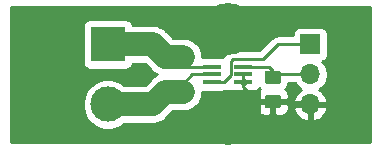
<source format=gbr>
G04 #@! TF.GenerationSoftware,KiCad,Pcbnew,5.1.5*
G04 #@! TF.CreationDate,2020-01-04T21:59:29+01:00*
G04 #@! TF.ProjectId,cs_ina199,63735f69-6e61-4313-9939-2e6b69636164,rev?*
G04 #@! TF.SameCoordinates,Original*
G04 #@! TF.FileFunction,Copper,L1,Top*
G04 #@! TF.FilePolarity,Positive*
%FSLAX46Y46*%
G04 Gerber Fmt 4.6, Leading zero omitted, Abs format (unit mm)*
G04 Created by KiCad (PCBNEW 5.1.5) date 2020-01-04 21:59:29*
%MOMM*%
%LPD*%
G04 APERTURE LIST*
%ADD10C,0.700000*%
%ADD11C,4.400000*%
%ADD12C,0.100000*%
%ADD13R,1.500000X0.400000*%
%ADD14C,3.000000*%
%ADD15R,3.000000X3.000000*%
%ADD16O,1.700000X1.700000*%
%ADD17R,1.700000X1.700000*%
%ADD18C,0.250000*%
%ADD19C,2.000000*%
%ADD20C,0.254000*%
G04 APERTURE END LIST*
D10*
X145946726Y-80113274D03*
X144780000Y-79630000D03*
X143613274Y-80113274D03*
X143130000Y-81280000D03*
X143613274Y-82446726D03*
X144780000Y-82930000D03*
X145946726Y-82446726D03*
X146430000Y-81280000D03*
D11*
X144780000Y-81280000D03*
D10*
X145946726Y-87733274D03*
X144780000Y-87250000D03*
X143613274Y-87733274D03*
X143130000Y-88900000D03*
X143613274Y-90066726D03*
X144780000Y-90550000D03*
X145946726Y-90066726D03*
X146430000Y-88900000D03*
D11*
X144780000Y-88900000D03*
G04 #@! TA.AperFunction,SMDPad,CuDef*
D12*
G36*
X149064505Y-86811204D02*
G01*
X149088773Y-86814804D01*
X149112572Y-86820765D01*
X149135671Y-86829030D01*
X149157850Y-86839520D01*
X149178893Y-86852132D01*
X149198599Y-86866747D01*
X149216777Y-86883223D01*
X149233253Y-86901401D01*
X149247868Y-86921107D01*
X149260480Y-86942150D01*
X149270970Y-86964329D01*
X149279235Y-86987428D01*
X149285196Y-87011227D01*
X149288796Y-87035495D01*
X149290000Y-87059999D01*
X149290000Y-87710001D01*
X149288796Y-87734505D01*
X149285196Y-87758773D01*
X149279235Y-87782572D01*
X149270970Y-87805671D01*
X149260480Y-87827850D01*
X149247868Y-87848893D01*
X149233253Y-87868599D01*
X149216777Y-87886777D01*
X149198599Y-87903253D01*
X149178893Y-87917868D01*
X149157850Y-87930480D01*
X149135671Y-87940970D01*
X149112572Y-87949235D01*
X149088773Y-87955196D01*
X149064505Y-87958796D01*
X149040001Y-87960000D01*
X148139999Y-87960000D01*
X148115495Y-87958796D01*
X148091227Y-87955196D01*
X148067428Y-87949235D01*
X148044329Y-87940970D01*
X148022150Y-87930480D01*
X148001107Y-87917868D01*
X147981401Y-87903253D01*
X147963223Y-87886777D01*
X147946747Y-87868599D01*
X147932132Y-87848893D01*
X147919520Y-87827850D01*
X147909030Y-87805671D01*
X147900765Y-87782572D01*
X147894804Y-87758773D01*
X147891204Y-87734505D01*
X147890000Y-87710001D01*
X147890000Y-87059999D01*
X147891204Y-87035495D01*
X147894804Y-87011227D01*
X147900765Y-86987428D01*
X147909030Y-86964329D01*
X147919520Y-86942150D01*
X147932132Y-86921107D01*
X147946747Y-86901401D01*
X147963223Y-86883223D01*
X147981401Y-86866747D01*
X148001107Y-86852132D01*
X148022150Y-86839520D01*
X148044329Y-86829030D01*
X148067428Y-86820765D01*
X148091227Y-86814804D01*
X148115495Y-86811204D01*
X148139999Y-86810000D01*
X149040001Y-86810000D01*
X149064505Y-86811204D01*
G37*
G04 #@! TD.AperFunction*
G04 #@! TA.AperFunction,SMDPad,CuDef*
G36*
X149064505Y-84761204D02*
G01*
X149088773Y-84764804D01*
X149112572Y-84770765D01*
X149135671Y-84779030D01*
X149157850Y-84789520D01*
X149178893Y-84802132D01*
X149198599Y-84816747D01*
X149216777Y-84833223D01*
X149233253Y-84851401D01*
X149247868Y-84871107D01*
X149260480Y-84892150D01*
X149270970Y-84914329D01*
X149279235Y-84937428D01*
X149285196Y-84961227D01*
X149288796Y-84985495D01*
X149290000Y-85009999D01*
X149290000Y-85660001D01*
X149288796Y-85684505D01*
X149285196Y-85708773D01*
X149279235Y-85732572D01*
X149270970Y-85755671D01*
X149260480Y-85777850D01*
X149247868Y-85798893D01*
X149233253Y-85818599D01*
X149216777Y-85836777D01*
X149198599Y-85853253D01*
X149178893Y-85867868D01*
X149157850Y-85880480D01*
X149135671Y-85890970D01*
X149112572Y-85899235D01*
X149088773Y-85905196D01*
X149064505Y-85908796D01*
X149040001Y-85910000D01*
X148139999Y-85910000D01*
X148115495Y-85908796D01*
X148091227Y-85905196D01*
X148067428Y-85899235D01*
X148044329Y-85890970D01*
X148022150Y-85880480D01*
X148001107Y-85867868D01*
X147981401Y-85853253D01*
X147963223Y-85836777D01*
X147946747Y-85818599D01*
X147932132Y-85798893D01*
X147919520Y-85777850D01*
X147909030Y-85755671D01*
X147900765Y-85732572D01*
X147894804Y-85708773D01*
X147891204Y-85684505D01*
X147890000Y-85660001D01*
X147890000Y-85009999D01*
X147891204Y-84985495D01*
X147894804Y-84961227D01*
X147900765Y-84937428D01*
X147909030Y-84914329D01*
X147919520Y-84892150D01*
X147932132Y-84871107D01*
X147946747Y-84851401D01*
X147963223Y-84833223D01*
X147981401Y-84816747D01*
X148001107Y-84802132D01*
X148022150Y-84789520D01*
X148044329Y-84779030D01*
X148067428Y-84770765D01*
X148091227Y-84764804D01*
X148115495Y-84761204D01*
X148139999Y-84760000D01*
X149040001Y-84760000D01*
X149064505Y-84761204D01*
G37*
G04 #@! TD.AperFunction*
D13*
X143450000Y-85740000D03*
X143450000Y-85090000D03*
X143450000Y-84440000D03*
X146110000Y-84440000D03*
X146110000Y-85090000D03*
X146110000Y-85740000D03*
G04 #@! TA.AperFunction,SMDPad,CuDef*
D12*
G36*
X141619504Y-85866204D02*
G01*
X141643773Y-85869804D01*
X141667571Y-85875765D01*
X141690671Y-85884030D01*
X141712849Y-85894520D01*
X141733893Y-85907133D01*
X141753598Y-85921747D01*
X141771777Y-85938223D01*
X141788253Y-85956402D01*
X141802867Y-85976107D01*
X141815480Y-85997151D01*
X141825970Y-86019329D01*
X141834235Y-86042429D01*
X141840196Y-86066227D01*
X141843796Y-86090496D01*
X141845000Y-86115000D01*
X141845000Y-87040000D01*
X141843796Y-87064504D01*
X141840196Y-87088773D01*
X141834235Y-87112571D01*
X141825970Y-87135671D01*
X141815480Y-87157849D01*
X141802867Y-87178893D01*
X141788253Y-87198598D01*
X141771777Y-87216777D01*
X141753598Y-87233253D01*
X141733893Y-87247867D01*
X141712849Y-87260480D01*
X141690671Y-87270970D01*
X141667571Y-87279235D01*
X141643773Y-87285196D01*
X141619504Y-87288796D01*
X141595000Y-87290000D01*
X140345000Y-87290000D01*
X140320496Y-87288796D01*
X140296227Y-87285196D01*
X140272429Y-87279235D01*
X140249329Y-87270970D01*
X140227151Y-87260480D01*
X140206107Y-87247867D01*
X140186402Y-87233253D01*
X140168223Y-87216777D01*
X140151747Y-87198598D01*
X140137133Y-87178893D01*
X140124520Y-87157849D01*
X140114030Y-87135671D01*
X140105765Y-87112571D01*
X140099804Y-87088773D01*
X140096204Y-87064504D01*
X140095000Y-87040000D01*
X140095000Y-86115000D01*
X140096204Y-86090496D01*
X140099804Y-86066227D01*
X140105765Y-86042429D01*
X140114030Y-86019329D01*
X140124520Y-85997151D01*
X140137133Y-85976107D01*
X140151747Y-85956402D01*
X140168223Y-85938223D01*
X140186402Y-85921747D01*
X140206107Y-85907133D01*
X140227151Y-85894520D01*
X140249329Y-85884030D01*
X140272429Y-85875765D01*
X140296227Y-85869804D01*
X140320496Y-85866204D01*
X140345000Y-85865000D01*
X141595000Y-85865000D01*
X141619504Y-85866204D01*
G37*
G04 #@! TD.AperFunction*
G04 #@! TA.AperFunction,SMDPad,CuDef*
G36*
X141619504Y-82891204D02*
G01*
X141643773Y-82894804D01*
X141667571Y-82900765D01*
X141690671Y-82909030D01*
X141712849Y-82919520D01*
X141733893Y-82932133D01*
X141753598Y-82946747D01*
X141771777Y-82963223D01*
X141788253Y-82981402D01*
X141802867Y-83001107D01*
X141815480Y-83022151D01*
X141825970Y-83044329D01*
X141834235Y-83067429D01*
X141840196Y-83091227D01*
X141843796Y-83115496D01*
X141845000Y-83140000D01*
X141845000Y-84065000D01*
X141843796Y-84089504D01*
X141840196Y-84113773D01*
X141834235Y-84137571D01*
X141825970Y-84160671D01*
X141815480Y-84182849D01*
X141802867Y-84203893D01*
X141788253Y-84223598D01*
X141771777Y-84241777D01*
X141753598Y-84258253D01*
X141733893Y-84272867D01*
X141712849Y-84285480D01*
X141690671Y-84295970D01*
X141667571Y-84304235D01*
X141643773Y-84310196D01*
X141619504Y-84313796D01*
X141595000Y-84315000D01*
X140345000Y-84315000D01*
X140320496Y-84313796D01*
X140296227Y-84310196D01*
X140272429Y-84304235D01*
X140249329Y-84295970D01*
X140227151Y-84285480D01*
X140206107Y-84272867D01*
X140186402Y-84258253D01*
X140168223Y-84241777D01*
X140151747Y-84223598D01*
X140137133Y-84203893D01*
X140124520Y-84182849D01*
X140114030Y-84160671D01*
X140105765Y-84137571D01*
X140099804Y-84113773D01*
X140096204Y-84089504D01*
X140095000Y-84065000D01*
X140095000Y-83140000D01*
X140096204Y-83115496D01*
X140099804Y-83091227D01*
X140105765Y-83067429D01*
X140114030Y-83044329D01*
X140124520Y-83022151D01*
X140137133Y-83001107D01*
X140151747Y-82981402D01*
X140168223Y-82963223D01*
X140186402Y-82946747D01*
X140206107Y-82932133D01*
X140227151Y-82919520D01*
X140249329Y-82909030D01*
X140272429Y-82900765D01*
X140296227Y-82894804D01*
X140320496Y-82891204D01*
X140345000Y-82890000D01*
X141595000Y-82890000D01*
X141619504Y-82891204D01*
G37*
G04 #@! TD.AperFunction*
D14*
X134620000Y-87630000D03*
D15*
X134620000Y-82550000D03*
D16*
X151765000Y-87630000D03*
X151765000Y-85090000D03*
D17*
X151765000Y-82550000D03*
D18*
X141187500Y-86360000D02*
X140970000Y-86577500D01*
X140970000Y-85865000D02*
X140970000Y-86577500D01*
X141745000Y-85090000D02*
X140970000Y-85865000D01*
X143450000Y-85090000D02*
X141745000Y-85090000D01*
D19*
X140970000Y-86577500D02*
X139482500Y-86577500D01*
X138430000Y-87630000D02*
X134620000Y-87630000D01*
X139482500Y-86577500D02*
X138430000Y-87630000D01*
D18*
X140970000Y-84315000D02*
X140970000Y-83602500D01*
X141095000Y-84440000D02*
X140970000Y-84315000D01*
X143450000Y-84440000D02*
X141095000Y-84440000D01*
D19*
X140970000Y-83602500D02*
X139482500Y-83602500D01*
X138430000Y-82550000D02*
X134620000Y-82550000D01*
X139482500Y-83602500D02*
X138430000Y-82550000D01*
D18*
X146110000Y-85090000D02*
X146110000Y-85740000D01*
X147305000Y-87385000D02*
X147890000Y-87385000D01*
X147890000Y-87385000D02*
X148590000Y-87385000D01*
X146110000Y-86190000D02*
X147305000Y-87385000D01*
X146110000Y-85740000D02*
X146110000Y-86190000D01*
X151520000Y-87385000D02*
X151765000Y-87630000D01*
X148590000Y-87385000D02*
X151520000Y-87385000D01*
X148835000Y-85090000D02*
X148590000Y-85335000D01*
X151765000Y-85090000D02*
X148835000Y-85090000D01*
X147110000Y-84440000D02*
X146110000Y-84440000D01*
X148270000Y-84440000D02*
X147110000Y-84440000D01*
X148590000Y-84760000D02*
X148270000Y-84440000D01*
X148590000Y-85335000D02*
X148590000Y-84760000D01*
X145034999Y-85155001D02*
X144450000Y-85740000D01*
X151765000Y-82550000D02*
X149004998Y-82550000D01*
X149004998Y-82550000D02*
X147749997Y-83805001D01*
X144450000Y-85740000D02*
X143450000Y-85740000D01*
X147749997Y-83805001D02*
X145209997Y-83805001D01*
X145209997Y-83805001D02*
X145034999Y-83979999D01*
X145034999Y-83979999D02*
X145034999Y-85155001D01*
D20*
G36*
X142790223Y-79469831D02*
G01*
X142402982Y-79709976D01*
X142142359Y-80203877D01*
X141983099Y-80739133D01*
X141931322Y-81295174D01*
X141989019Y-81850632D01*
X142153972Y-82384161D01*
X142221825Y-82511105D01*
X142088386Y-82401595D01*
X142075691Y-82394809D01*
X141882752Y-82236469D01*
X141598715Y-82084648D01*
X141290516Y-81991157D01*
X141050322Y-81967500D01*
X140159738Y-81967500D01*
X139642925Y-81450687D01*
X139591714Y-81388286D01*
X139342752Y-81183969D01*
X139058715Y-81032148D01*
X138750516Y-80938657D01*
X138510322Y-80915000D01*
X138510319Y-80915000D01*
X138430000Y-80907089D01*
X138349681Y-80915000D01*
X136742621Y-80915000D01*
X136709502Y-80805820D01*
X136650537Y-80695506D01*
X136571185Y-80598815D01*
X136474494Y-80519463D01*
X136364180Y-80460498D01*
X136244482Y-80424188D01*
X136120000Y-80411928D01*
X133120000Y-80411928D01*
X132995518Y-80424188D01*
X132875820Y-80460498D01*
X132765506Y-80519463D01*
X132668815Y-80598815D01*
X132589463Y-80695506D01*
X132530498Y-80805820D01*
X132494188Y-80925518D01*
X132481928Y-81050000D01*
X132481928Y-84050000D01*
X132494188Y-84174482D01*
X132530498Y-84294180D01*
X132589463Y-84404494D01*
X132668815Y-84501185D01*
X132765506Y-84580537D01*
X132875820Y-84639502D01*
X132995518Y-84675812D01*
X133120000Y-84688072D01*
X136120000Y-84688072D01*
X136244482Y-84675812D01*
X136364180Y-84639502D01*
X136474494Y-84580537D01*
X136571185Y-84501185D01*
X136650537Y-84404494D01*
X136709502Y-84294180D01*
X136742621Y-84185000D01*
X137752762Y-84185000D01*
X138269575Y-84701813D01*
X138320786Y-84764214D01*
X138569748Y-84968531D01*
X138797000Y-85090000D01*
X138569748Y-85211469D01*
X138320786Y-85415786D01*
X138269575Y-85478187D01*
X137752762Y-85995000D01*
X136004346Y-85995000D01*
X135980983Y-85971637D01*
X135631302Y-85737988D01*
X135242756Y-85577047D01*
X134830279Y-85495000D01*
X134409721Y-85495000D01*
X133997244Y-85577047D01*
X133608698Y-85737988D01*
X133259017Y-85971637D01*
X132961637Y-86269017D01*
X132727988Y-86618698D01*
X132567047Y-87007244D01*
X132485000Y-87419721D01*
X132485000Y-87840279D01*
X132567047Y-88252756D01*
X132727988Y-88641302D01*
X132961637Y-88990983D01*
X133259017Y-89288363D01*
X133608698Y-89522012D01*
X133997244Y-89682953D01*
X134409721Y-89765000D01*
X134830279Y-89765000D01*
X135242756Y-89682953D01*
X135631302Y-89522012D01*
X135980983Y-89288363D01*
X136004346Y-89265000D01*
X138349681Y-89265000D01*
X138430000Y-89272911D01*
X138510319Y-89265000D01*
X138510322Y-89265000D01*
X138750516Y-89241343D01*
X139058715Y-89147852D01*
X139342752Y-88996031D01*
X139591714Y-88791714D01*
X139642925Y-88729313D01*
X140159738Y-88212500D01*
X141050322Y-88212500D01*
X141290516Y-88188843D01*
X141598715Y-88095352D01*
X141882752Y-87943531D01*
X142075691Y-87785191D01*
X142088386Y-87778405D01*
X142222962Y-87667962D01*
X142227642Y-87662260D01*
X142142359Y-87823877D01*
X141983099Y-88359133D01*
X141931322Y-88915174D01*
X141989019Y-89470632D01*
X142153972Y-90004161D01*
X142402982Y-90470024D01*
X142790223Y-90710169D01*
X142720392Y-90780000D01*
X126390000Y-90780000D01*
X126390000Y-79400000D01*
X142720392Y-79400000D01*
X142790223Y-79469831D01*
G37*
X142790223Y-79469831D02*
X142402982Y-79709976D01*
X142142359Y-80203877D01*
X141983099Y-80739133D01*
X141931322Y-81295174D01*
X141989019Y-81850632D01*
X142153972Y-82384161D01*
X142221825Y-82511105D01*
X142088386Y-82401595D01*
X142075691Y-82394809D01*
X141882752Y-82236469D01*
X141598715Y-82084648D01*
X141290516Y-81991157D01*
X141050322Y-81967500D01*
X140159738Y-81967500D01*
X139642925Y-81450687D01*
X139591714Y-81388286D01*
X139342752Y-81183969D01*
X139058715Y-81032148D01*
X138750516Y-80938657D01*
X138510322Y-80915000D01*
X138510319Y-80915000D01*
X138430000Y-80907089D01*
X138349681Y-80915000D01*
X136742621Y-80915000D01*
X136709502Y-80805820D01*
X136650537Y-80695506D01*
X136571185Y-80598815D01*
X136474494Y-80519463D01*
X136364180Y-80460498D01*
X136244482Y-80424188D01*
X136120000Y-80411928D01*
X133120000Y-80411928D01*
X132995518Y-80424188D01*
X132875820Y-80460498D01*
X132765506Y-80519463D01*
X132668815Y-80598815D01*
X132589463Y-80695506D01*
X132530498Y-80805820D01*
X132494188Y-80925518D01*
X132481928Y-81050000D01*
X132481928Y-84050000D01*
X132494188Y-84174482D01*
X132530498Y-84294180D01*
X132589463Y-84404494D01*
X132668815Y-84501185D01*
X132765506Y-84580537D01*
X132875820Y-84639502D01*
X132995518Y-84675812D01*
X133120000Y-84688072D01*
X136120000Y-84688072D01*
X136244482Y-84675812D01*
X136364180Y-84639502D01*
X136474494Y-84580537D01*
X136571185Y-84501185D01*
X136650537Y-84404494D01*
X136709502Y-84294180D01*
X136742621Y-84185000D01*
X137752762Y-84185000D01*
X138269575Y-84701813D01*
X138320786Y-84764214D01*
X138569748Y-84968531D01*
X138797000Y-85090000D01*
X138569748Y-85211469D01*
X138320786Y-85415786D01*
X138269575Y-85478187D01*
X137752762Y-85995000D01*
X136004346Y-85995000D01*
X135980983Y-85971637D01*
X135631302Y-85737988D01*
X135242756Y-85577047D01*
X134830279Y-85495000D01*
X134409721Y-85495000D01*
X133997244Y-85577047D01*
X133608698Y-85737988D01*
X133259017Y-85971637D01*
X132961637Y-86269017D01*
X132727988Y-86618698D01*
X132567047Y-87007244D01*
X132485000Y-87419721D01*
X132485000Y-87840279D01*
X132567047Y-88252756D01*
X132727988Y-88641302D01*
X132961637Y-88990983D01*
X133259017Y-89288363D01*
X133608698Y-89522012D01*
X133997244Y-89682953D01*
X134409721Y-89765000D01*
X134830279Y-89765000D01*
X135242756Y-89682953D01*
X135631302Y-89522012D01*
X135980983Y-89288363D01*
X136004346Y-89265000D01*
X138349681Y-89265000D01*
X138430000Y-89272911D01*
X138510319Y-89265000D01*
X138510322Y-89265000D01*
X138750516Y-89241343D01*
X139058715Y-89147852D01*
X139342752Y-88996031D01*
X139591714Y-88791714D01*
X139642925Y-88729313D01*
X140159738Y-88212500D01*
X141050322Y-88212500D01*
X141290516Y-88188843D01*
X141598715Y-88095352D01*
X141882752Y-87943531D01*
X142075691Y-87785191D01*
X142088386Y-87778405D01*
X142222962Y-87667962D01*
X142227642Y-87662260D01*
X142142359Y-87823877D01*
X141983099Y-88359133D01*
X141931322Y-88915174D01*
X141989019Y-89470632D01*
X142153972Y-90004161D01*
X142402982Y-90470024D01*
X142790223Y-90710169D01*
X142720392Y-90780000D01*
X126390000Y-90780000D01*
X126390000Y-79400000D01*
X142720392Y-79400000D01*
X142790223Y-79469831D01*
G36*
X156820001Y-90780000D02*
G01*
X146839608Y-90780000D01*
X146769777Y-90710169D01*
X147157018Y-90470024D01*
X147417641Y-89976123D01*
X147576901Y-89440867D01*
X147628678Y-88884826D01*
X147590792Y-88520088D01*
X147645820Y-88549502D01*
X147765518Y-88585812D01*
X147890000Y-88598072D01*
X148304250Y-88595000D01*
X148463000Y-88436250D01*
X148463000Y-87512000D01*
X148717000Y-87512000D01*
X148717000Y-88436250D01*
X148875750Y-88595000D01*
X149290000Y-88598072D01*
X149414482Y-88585812D01*
X149534180Y-88549502D01*
X149644494Y-88490537D01*
X149741185Y-88411185D01*
X149820537Y-88314494D01*
X149879502Y-88204180D01*
X149915812Y-88084482D01*
X149925423Y-87986890D01*
X150323524Y-87986890D01*
X150368175Y-88134099D01*
X150493359Y-88396920D01*
X150667412Y-88630269D01*
X150883645Y-88825178D01*
X151133748Y-88974157D01*
X151408109Y-89071481D01*
X151638000Y-88950814D01*
X151638000Y-87757000D01*
X151892000Y-87757000D01*
X151892000Y-88950814D01*
X152121891Y-89071481D01*
X152396252Y-88974157D01*
X152646355Y-88825178D01*
X152862588Y-88630269D01*
X153036641Y-88396920D01*
X153161825Y-88134099D01*
X153206476Y-87986890D01*
X153085155Y-87757000D01*
X151892000Y-87757000D01*
X151638000Y-87757000D01*
X150444845Y-87757000D01*
X150323524Y-87986890D01*
X149925423Y-87986890D01*
X149928072Y-87960000D01*
X149925000Y-87670750D01*
X149766250Y-87512000D01*
X148717000Y-87512000D01*
X148463000Y-87512000D01*
X147413750Y-87512000D01*
X147309849Y-87615901D01*
X147157018Y-87329976D01*
X146769775Y-87089830D01*
X144959605Y-88900000D01*
X144973748Y-88914143D01*
X144794143Y-89093748D01*
X144780000Y-89079605D01*
X144765858Y-89093748D01*
X144586253Y-88914143D01*
X144600395Y-88900000D01*
X142790225Y-87089830D01*
X142437000Y-87308880D01*
X142442281Y-87291473D01*
X142487852Y-87206215D01*
X142581343Y-86898016D01*
X142612911Y-86577500D01*
X142612115Y-86569416D01*
X142700000Y-86578072D01*
X143175812Y-86578072D01*
X142969830Y-86910225D01*
X144780000Y-88720395D01*
X146590170Y-86910225D01*
X146360296Y-86539546D01*
X146395750Y-86575000D01*
X146850512Y-86578001D01*
X146975162Y-86567593D01*
X147095387Y-86533067D01*
X147206566Y-86475750D01*
X147304426Y-86397844D01*
X147385208Y-86302343D01*
X147441064Y-86201480D01*
X147512038Y-86287962D01*
X147518594Y-86293342D01*
X147438815Y-86358815D01*
X147359463Y-86455506D01*
X147300498Y-86565820D01*
X147264188Y-86685518D01*
X147251928Y-86810000D01*
X147255000Y-87099250D01*
X147413750Y-87258000D01*
X148463000Y-87258000D01*
X148463000Y-87238000D01*
X148717000Y-87238000D01*
X148717000Y-87258000D01*
X149766250Y-87258000D01*
X149925000Y-87099250D01*
X149928072Y-86810000D01*
X149915812Y-86685518D01*
X149879502Y-86565820D01*
X149820537Y-86455506D01*
X149741185Y-86358815D01*
X149661406Y-86293342D01*
X149667962Y-86287962D01*
X149778405Y-86153387D01*
X149860472Y-85999851D01*
X149905928Y-85850000D01*
X150486822Y-85850000D01*
X150611525Y-86036632D01*
X150818368Y-86243475D01*
X151000534Y-86365195D01*
X150883645Y-86434822D01*
X150667412Y-86629731D01*
X150493359Y-86863080D01*
X150368175Y-87125901D01*
X150323524Y-87273110D01*
X150444845Y-87503000D01*
X151638000Y-87503000D01*
X151638000Y-87483000D01*
X151892000Y-87483000D01*
X151892000Y-87503000D01*
X153085155Y-87503000D01*
X153206476Y-87273110D01*
X153161825Y-87125901D01*
X153036641Y-86863080D01*
X152862588Y-86629731D01*
X152646355Y-86434822D01*
X152529466Y-86365195D01*
X152711632Y-86243475D01*
X152918475Y-86036632D01*
X153080990Y-85793411D01*
X153192932Y-85523158D01*
X153250000Y-85236260D01*
X153250000Y-84943740D01*
X153192932Y-84656842D01*
X153080990Y-84386589D01*
X152918475Y-84143368D01*
X152786620Y-84011513D01*
X152859180Y-83989502D01*
X152969494Y-83930537D01*
X153066185Y-83851185D01*
X153145537Y-83754494D01*
X153204502Y-83644180D01*
X153240812Y-83524482D01*
X153253072Y-83400000D01*
X153253072Y-81700000D01*
X153240812Y-81575518D01*
X153204502Y-81455820D01*
X153145537Y-81345506D01*
X153066185Y-81248815D01*
X152969494Y-81169463D01*
X152859180Y-81110498D01*
X152739482Y-81074188D01*
X152615000Y-81061928D01*
X150915000Y-81061928D01*
X150790518Y-81074188D01*
X150670820Y-81110498D01*
X150560506Y-81169463D01*
X150463815Y-81248815D01*
X150384463Y-81345506D01*
X150325498Y-81455820D01*
X150289188Y-81575518D01*
X150276928Y-81700000D01*
X150276928Y-81790000D01*
X149042320Y-81790000D01*
X149004997Y-81786324D01*
X148967674Y-81790000D01*
X148967665Y-81790000D01*
X148856012Y-81800997D01*
X148712751Y-81844454D01*
X148580722Y-81915026D01*
X148580720Y-81915027D01*
X148580721Y-81915027D01*
X148493994Y-81986201D01*
X148493990Y-81986205D01*
X148464997Y-82009999D01*
X148441203Y-82038992D01*
X147435196Y-83045001D01*
X146842611Y-83045001D01*
X147157018Y-82850024D01*
X147417641Y-82356123D01*
X147576901Y-81820867D01*
X147628678Y-81264826D01*
X147570981Y-80709368D01*
X147406028Y-80175839D01*
X147157018Y-79709976D01*
X146769777Y-79469831D01*
X146839608Y-79400000D01*
X156820000Y-79400000D01*
X156820001Y-90780000D01*
G37*
X156820001Y-90780000D02*
X146839608Y-90780000D01*
X146769777Y-90710169D01*
X147157018Y-90470024D01*
X147417641Y-89976123D01*
X147576901Y-89440867D01*
X147628678Y-88884826D01*
X147590792Y-88520088D01*
X147645820Y-88549502D01*
X147765518Y-88585812D01*
X147890000Y-88598072D01*
X148304250Y-88595000D01*
X148463000Y-88436250D01*
X148463000Y-87512000D01*
X148717000Y-87512000D01*
X148717000Y-88436250D01*
X148875750Y-88595000D01*
X149290000Y-88598072D01*
X149414482Y-88585812D01*
X149534180Y-88549502D01*
X149644494Y-88490537D01*
X149741185Y-88411185D01*
X149820537Y-88314494D01*
X149879502Y-88204180D01*
X149915812Y-88084482D01*
X149925423Y-87986890D01*
X150323524Y-87986890D01*
X150368175Y-88134099D01*
X150493359Y-88396920D01*
X150667412Y-88630269D01*
X150883645Y-88825178D01*
X151133748Y-88974157D01*
X151408109Y-89071481D01*
X151638000Y-88950814D01*
X151638000Y-87757000D01*
X151892000Y-87757000D01*
X151892000Y-88950814D01*
X152121891Y-89071481D01*
X152396252Y-88974157D01*
X152646355Y-88825178D01*
X152862588Y-88630269D01*
X153036641Y-88396920D01*
X153161825Y-88134099D01*
X153206476Y-87986890D01*
X153085155Y-87757000D01*
X151892000Y-87757000D01*
X151638000Y-87757000D01*
X150444845Y-87757000D01*
X150323524Y-87986890D01*
X149925423Y-87986890D01*
X149928072Y-87960000D01*
X149925000Y-87670750D01*
X149766250Y-87512000D01*
X148717000Y-87512000D01*
X148463000Y-87512000D01*
X147413750Y-87512000D01*
X147309849Y-87615901D01*
X147157018Y-87329976D01*
X146769775Y-87089830D01*
X144959605Y-88900000D01*
X144973748Y-88914143D01*
X144794143Y-89093748D01*
X144780000Y-89079605D01*
X144765858Y-89093748D01*
X144586253Y-88914143D01*
X144600395Y-88900000D01*
X142790225Y-87089830D01*
X142437000Y-87308880D01*
X142442281Y-87291473D01*
X142487852Y-87206215D01*
X142581343Y-86898016D01*
X142612911Y-86577500D01*
X142612115Y-86569416D01*
X142700000Y-86578072D01*
X143175812Y-86578072D01*
X142969830Y-86910225D01*
X144780000Y-88720395D01*
X146590170Y-86910225D01*
X146360296Y-86539546D01*
X146395750Y-86575000D01*
X146850512Y-86578001D01*
X146975162Y-86567593D01*
X147095387Y-86533067D01*
X147206566Y-86475750D01*
X147304426Y-86397844D01*
X147385208Y-86302343D01*
X147441064Y-86201480D01*
X147512038Y-86287962D01*
X147518594Y-86293342D01*
X147438815Y-86358815D01*
X147359463Y-86455506D01*
X147300498Y-86565820D01*
X147264188Y-86685518D01*
X147251928Y-86810000D01*
X147255000Y-87099250D01*
X147413750Y-87258000D01*
X148463000Y-87258000D01*
X148463000Y-87238000D01*
X148717000Y-87238000D01*
X148717000Y-87258000D01*
X149766250Y-87258000D01*
X149925000Y-87099250D01*
X149928072Y-86810000D01*
X149915812Y-86685518D01*
X149879502Y-86565820D01*
X149820537Y-86455506D01*
X149741185Y-86358815D01*
X149661406Y-86293342D01*
X149667962Y-86287962D01*
X149778405Y-86153387D01*
X149860472Y-85999851D01*
X149905928Y-85850000D01*
X150486822Y-85850000D01*
X150611525Y-86036632D01*
X150818368Y-86243475D01*
X151000534Y-86365195D01*
X150883645Y-86434822D01*
X150667412Y-86629731D01*
X150493359Y-86863080D01*
X150368175Y-87125901D01*
X150323524Y-87273110D01*
X150444845Y-87503000D01*
X151638000Y-87503000D01*
X151638000Y-87483000D01*
X151892000Y-87483000D01*
X151892000Y-87503000D01*
X153085155Y-87503000D01*
X153206476Y-87273110D01*
X153161825Y-87125901D01*
X153036641Y-86863080D01*
X152862588Y-86629731D01*
X152646355Y-86434822D01*
X152529466Y-86365195D01*
X152711632Y-86243475D01*
X152918475Y-86036632D01*
X153080990Y-85793411D01*
X153192932Y-85523158D01*
X153250000Y-85236260D01*
X153250000Y-84943740D01*
X153192932Y-84656842D01*
X153080990Y-84386589D01*
X152918475Y-84143368D01*
X152786620Y-84011513D01*
X152859180Y-83989502D01*
X152969494Y-83930537D01*
X153066185Y-83851185D01*
X153145537Y-83754494D01*
X153204502Y-83644180D01*
X153240812Y-83524482D01*
X153253072Y-83400000D01*
X153253072Y-81700000D01*
X153240812Y-81575518D01*
X153204502Y-81455820D01*
X153145537Y-81345506D01*
X153066185Y-81248815D01*
X152969494Y-81169463D01*
X152859180Y-81110498D01*
X152739482Y-81074188D01*
X152615000Y-81061928D01*
X150915000Y-81061928D01*
X150790518Y-81074188D01*
X150670820Y-81110498D01*
X150560506Y-81169463D01*
X150463815Y-81248815D01*
X150384463Y-81345506D01*
X150325498Y-81455820D01*
X150289188Y-81575518D01*
X150276928Y-81700000D01*
X150276928Y-81790000D01*
X149042320Y-81790000D01*
X149004997Y-81786324D01*
X148967674Y-81790000D01*
X148967665Y-81790000D01*
X148856012Y-81800997D01*
X148712751Y-81844454D01*
X148580722Y-81915026D01*
X148580720Y-81915027D01*
X148580721Y-81915027D01*
X148493994Y-81986201D01*
X148493990Y-81986205D01*
X148464997Y-82009999D01*
X148441203Y-82038992D01*
X147435196Y-83045001D01*
X146842611Y-83045001D01*
X147157018Y-82850024D01*
X147417641Y-82356123D01*
X147576901Y-81820867D01*
X147628678Y-81264826D01*
X147570981Y-80709368D01*
X147406028Y-80175839D01*
X147157018Y-79709976D01*
X146769777Y-79469831D01*
X146839608Y-79400000D01*
X156820000Y-79400000D01*
X156820001Y-90780000D01*
G36*
X146336702Y-86515952D02*
G01*
X146237002Y-86463342D01*
X146237002Y-86416252D01*
X146336702Y-86515952D01*
G37*
X146336702Y-86515952D02*
X146237002Y-86463342D01*
X146237002Y-86416252D01*
X146336702Y-86515952D01*
G36*
X146237000Y-85766250D02*
G01*
X146257000Y-85786250D01*
X146257000Y-85813000D01*
X146237000Y-85813000D01*
X146237000Y-85887000D01*
X145983000Y-85887000D01*
X145983000Y-85813000D01*
X145963000Y-85813000D01*
X145963000Y-85786250D01*
X145983000Y-85766250D01*
X145983000Y-85593000D01*
X146237000Y-85593000D01*
X146237000Y-85766250D01*
G37*
X146237000Y-85766250D02*
X146257000Y-85786250D01*
X146257000Y-85813000D01*
X146237000Y-85813000D01*
X146237000Y-85887000D01*
X145983000Y-85887000D01*
X145983000Y-85813000D01*
X145963000Y-85813000D01*
X145963000Y-85786250D01*
X145983000Y-85766250D01*
X145983000Y-85593000D01*
X146237000Y-85593000D01*
X146237000Y-85766250D01*
G36*
X144973748Y-81265858D02*
G01*
X144959605Y-81280000D01*
X144973748Y-81294143D01*
X144794143Y-81473748D01*
X144780000Y-81459605D01*
X142969830Y-83269775D01*
X143175812Y-83601928D01*
X142700000Y-83601928D01*
X142612115Y-83610584D01*
X142612911Y-83602500D01*
X142581343Y-83281984D01*
X142487852Y-82973785D01*
X142442281Y-82888527D01*
X142437000Y-82871120D01*
X142790225Y-83090170D01*
X144600395Y-81280000D01*
X144586253Y-81265858D01*
X144765858Y-81086253D01*
X144780000Y-81100395D01*
X144794143Y-81086253D01*
X144973748Y-81265858D01*
G37*
X144973748Y-81265858D02*
X144959605Y-81280000D01*
X144973748Y-81294143D01*
X144794143Y-81473748D01*
X144780000Y-81459605D01*
X142969830Y-83269775D01*
X143175812Y-83601928D01*
X142700000Y-83601928D01*
X142612115Y-83610584D01*
X142612911Y-83602500D01*
X142581343Y-83281984D01*
X142487852Y-82973785D01*
X142442281Y-82888527D01*
X142437000Y-82871120D01*
X142790225Y-83090170D01*
X144600395Y-81280000D01*
X144586253Y-81265858D01*
X144765858Y-81086253D01*
X144780000Y-81100395D01*
X144794143Y-81086253D01*
X144973748Y-81265858D01*
G36*
X148463000Y-82012432D02*
G01*
X148441203Y-82038992D01*
X147435196Y-83045001D01*
X145247330Y-83045001D01*
X145209997Y-83041324D01*
X145172664Y-83045001D01*
X145061011Y-83055998D01*
X144917750Y-83099455D01*
X144785721Y-83170027D01*
X144669996Y-83265000D01*
X144646193Y-83294004D01*
X144524002Y-83416195D01*
X144494998Y-83439998D01*
X144439870Y-83507173D01*
X144400025Y-83555723D01*
X144362595Y-83625749D01*
X144324482Y-83614188D01*
X144200000Y-83601928D01*
X142700000Y-83601928D01*
X142612115Y-83610584D01*
X142612911Y-83602500D01*
X142581343Y-83281984D01*
X142487852Y-82973785D01*
X142442281Y-82888527D01*
X142415472Y-82800150D01*
X142333405Y-82646614D01*
X142222962Y-82512038D01*
X142088386Y-82401595D01*
X142075691Y-82394809D01*
X141882752Y-82236469D01*
X141598715Y-82084648D01*
X141290516Y-81991157D01*
X141097000Y-81972097D01*
X141097000Y-79400000D01*
X148463000Y-79400000D01*
X148463000Y-82012432D01*
G37*
X148463000Y-82012432D02*
X148441203Y-82038992D01*
X147435196Y-83045001D01*
X145247330Y-83045001D01*
X145209997Y-83041324D01*
X145172664Y-83045001D01*
X145061011Y-83055998D01*
X144917750Y-83099455D01*
X144785721Y-83170027D01*
X144669996Y-83265000D01*
X144646193Y-83294004D01*
X144524002Y-83416195D01*
X144494998Y-83439998D01*
X144439870Y-83507173D01*
X144400025Y-83555723D01*
X144362595Y-83625749D01*
X144324482Y-83614188D01*
X144200000Y-83601928D01*
X142700000Y-83601928D01*
X142612115Y-83610584D01*
X142612911Y-83602500D01*
X142581343Y-83281984D01*
X142487852Y-82973785D01*
X142442281Y-82888527D01*
X142415472Y-82800150D01*
X142333405Y-82646614D01*
X142222962Y-82512038D01*
X142088386Y-82401595D01*
X142075691Y-82394809D01*
X141882752Y-82236469D01*
X141598715Y-82084648D01*
X141290516Y-81991157D01*
X141097000Y-81972097D01*
X141097000Y-79400000D01*
X148463000Y-79400000D01*
X148463000Y-82012432D01*
G36*
X147447000Y-90780000D02*
G01*
X141097000Y-90780000D01*
X141097000Y-88207903D01*
X141290516Y-88188843D01*
X141598715Y-88095352D01*
X141882752Y-87943531D01*
X142075691Y-87785191D01*
X142088386Y-87778405D01*
X142222962Y-87667962D01*
X142333405Y-87533386D01*
X142415472Y-87379850D01*
X142442281Y-87291473D01*
X142487852Y-87206215D01*
X142581343Y-86898016D01*
X142612911Y-86577500D01*
X142612115Y-86569416D01*
X142700000Y-86578072D01*
X144200000Y-86578072D01*
X144324482Y-86565812D01*
X144444180Y-86529502D01*
X144502093Y-86498546D01*
X144598986Y-86489003D01*
X144605589Y-86487000D01*
X147447000Y-86487000D01*
X147447000Y-90780000D01*
G37*
X147447000Y-90780000D02*
X141097000Y-90780000D01*
X141097000Y-88207903D01*
X141290516Y-88188843D01*
X141598715Y-88095352D01*
X141882752Y-87943531D01*
X142075691Y-87785191D01*
X142088386Y-87778405D01*
X142222962Y-87667962D01*
X142333405Y-87533386D01*
X142415472Y-87379850D01*
X142442281Y-87291473D01*
X142487852Y-87206215D01*
X142581343Y-86898016D01*
X142612911Y-86577500D01*
X142612115Y-86569416D01*
X142700000Y-86578072D01*
X144200000Y-86578072D01*
X144324482Y-86565812D01*
X144444180Y-86529502D01*
X144502093Y-86498546D01*
X144598986Y-86489003D01*
X144605589Y-86487000D01*
X147447000Y-86487000D01*
X147447000Y-90780000D01*
M02*

</source>
